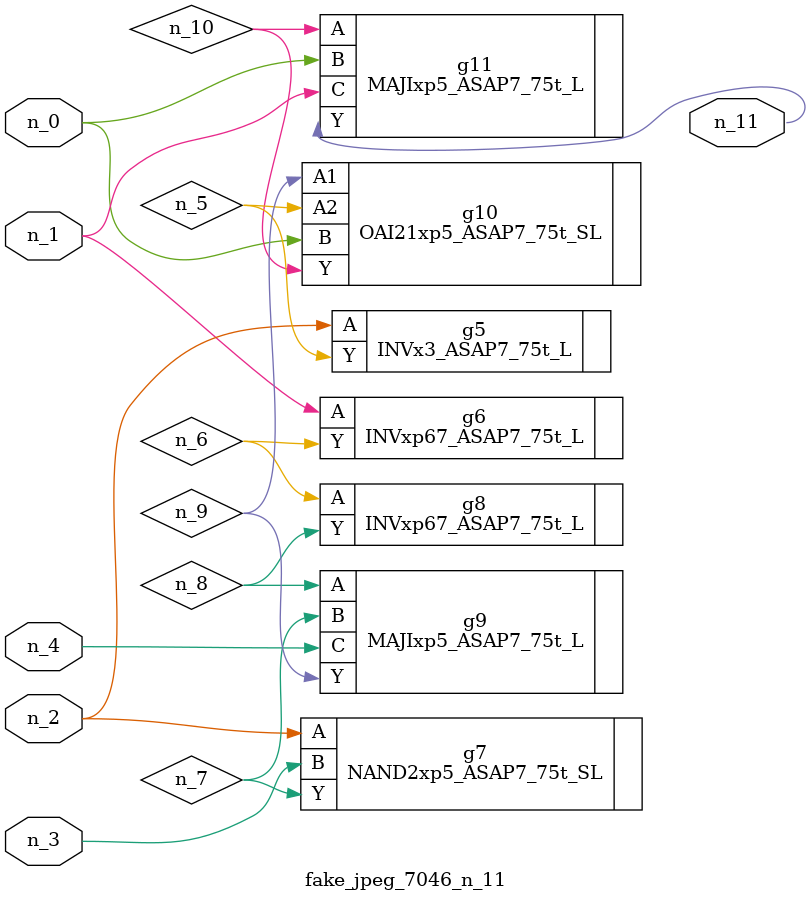
<source format=v>
module fake_jpeg_7046_n_11 (n_3, n_2, n_1, n_0, n_4, n_11);

input n_3;
input n_2;
input n_1;
input n_0;
input n_4;

output n_11;

wire n_10;
wire n_8;
wire n_9;
wire n_6;
wire n_5;
wire n_7;

INVx3_ASAP7_75t_L g5 ( 
.A(n_2),
.Y(n_5)
);

INVxp67_ASAP7_75t_L g6 ( 
.A(n_1),
.Y(n_6)
);

NAND2xp5_ASAP7_75t_SL g7 ( 
.A(n_2),
.B(n_3),
.Y(n_7)
);

INVxp67_ASAP7_75t_L g8 ( 
.A(n_6),
.Y(n_8)
);

MAJIxp5_ASAP7_75t_L g9 ( 
.A(n_8),
.B(n_7),
.C(n_4),
.Y(n_9)
);

OAI21xp5_ASAP7_75t_SL g10 ( 
.A1(n_9),
.A2(n_5),
.B(n_0),
.Y(n_10)
);

MAJIxp5_ASAP7_75t_L g11 ( 
.A(n_10),
.B(n_0),
.C(n_1),
.Y(n_11)
);


endmodule
</source>
